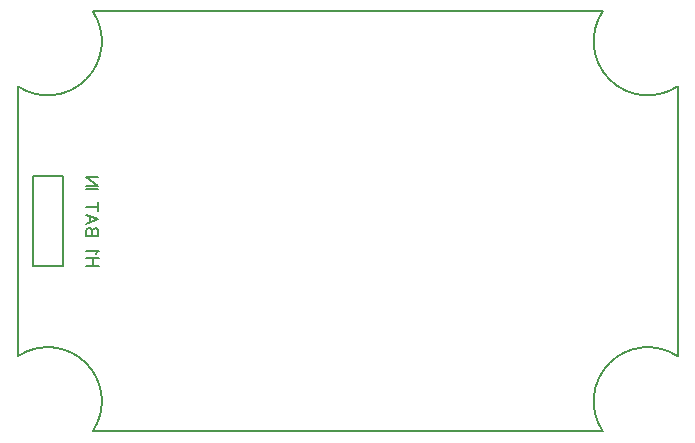
<source format=gbo>
G04 Layer: BottomSilkscreenLayer*
G04 EasyEDA v6.5.22, 2023-02-27 20:34:50*
G04 caa8996452b24255bb9f00db4a7e08d3,da3b0543d5484e77bd98afd5aefff037,10*
G04 Gerber Generator version 0.2*
G04 Scale: 100 percent, Rotated: No, Reflected: No *
G04 Dimensions in millimeters *
G04 leading zeros omitted , absolute positions ,4 integer and 5 decimal *
%FSLAX45Y45*%
%MOMM*%

%ADD10C,0.2032*%
%ADD11C,0.1524*%
%ADD12C,0.2000*%

%LPD*%
D10*
X809500Y1778000D02*
G01*
X704499Y1778000D01*
X809500Y1778000D02*
G01*
X809500Y1823001D01*
X804499Y1837999D01*
X799500Y1843001D01*
X789500Y1847999D01*
X779500Y1847999D01*
X769500Y1843001D01*
X764499Y1837999D01*
X759500Y1823001D01*
X759500Y1778000D02*
G01*
X759500Y1823001D01*
X754499Y1837999D01*
X749500Y1843001D01*
X739500Y1847999D01*
X724499Y1847999D01*
X714499Y1843001D01*
X709500Y1837999D01*
X704499Y1823001D01*
X704499Y1778000D01*
X809500Y1920999D02*
G01*
X704499Y1880999D01*
X809500Y1920999D02*
G01*
X704499Y1960999D01*
X739500Y1896000D02*
G01*
X739500Y1946000D01*
X809500Y2029000D02*
G01*
X704499Y2029000D01*
X809500Y1993999D02*
G01*
X809500Y2063998D01*
X809500Y2174001D02*
G01*
X704499Y2174001D01*
X809500Y2207000D02*
G01*
X704499Y2207000D01*
X809500Y2207000D02*
G01*
X704499Y2277000D01*
X809500Y2277000D02*
G01*
X704499Y2277000D01*
D11*
X813815Y1524000D02*
G01*
X704850Y1524000D01*
X813815Y1596644D02*
G01*
X704850Y1596644D01*
X762000Y1524000D02*
G01*
X762000Y1596644D01*
X792987Y1630934D02*
G01*
X798321Y1641347D01*
X813815Y1657095D01*
X704850Y1657095D01*
D12*
X762000Y3683000D02*
G01*
X5080000Y3683000D01*
X5715000Y3048000D02*
G01*
X5715000Y762000D01*
X762000Y127000D02*
G01*
X5080000Y127000D01*
X127000Y3048000D02*
G01*
X127000Y762000D01*
D10*
X508000Y2032000D02*
G01*
X508000Y2286000D01*
X256539Y2286000D01*
X256539Y1524000D01*
X508000Y1524000D01*
X508000Y2032000D01*
D12*
G75*
G01*
X5080000Y3683000D02*
G03*
X5709717Y3044530I381004J-253996D01*
G75*
G01*
X127000Y3048000D02*
G03*
X762000Y3683000I253996J381004D01*
G75*
G01*
X762000Y127000D02*
G03*
X127000Y762000I-381004J253996D01*
G75*
G01*
X5715000Y762000D02*
G03*
X5080000Y127000I-253996J-381004D01*
M02*

</source>
